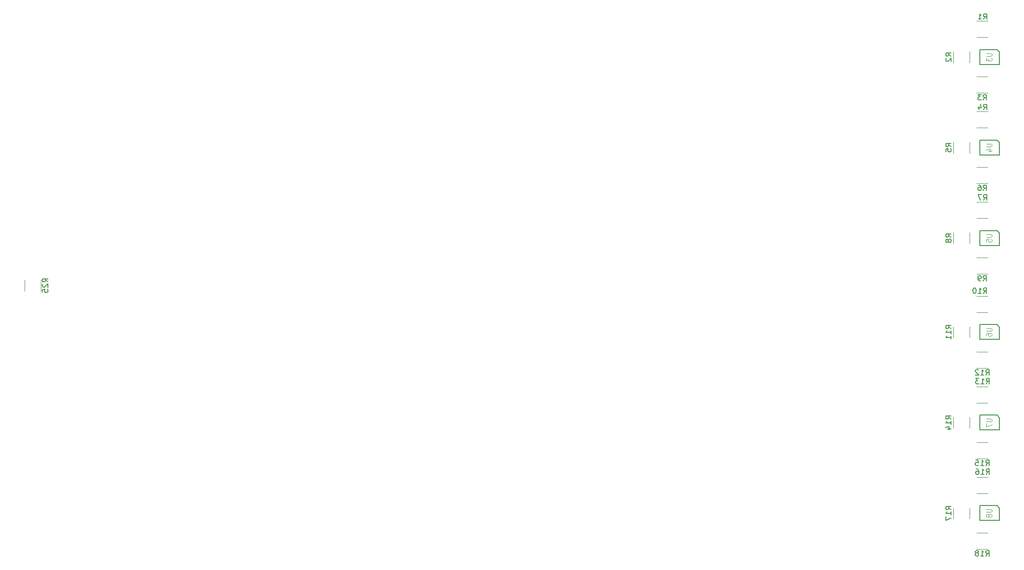
<source format=gbr>
G04 #@! TF.FileFunction,Legend,Bot*
%FSLAX46Y46*%
G04 Gerber Fmt 4.6, Leading zero omitted, Abs format (unit mm)*
G04 Created by KiCad (PCBNEW 4.0.7-e2-6376~58~ubuntu14.04.1) date Tue Oct  3 22:56:20 2017*
%MOMM*%
%LPD*%
G01*
G04 APERTURE LIST*
%ADD10C,0.100000*%
%ADD11C,0.127000*%
%ADD12C,0.120000*%
%ADD13C,0.050000*%
%ADD14C,0.150000*%
G04 APERTURE END LIST*
D10*
D11*
X241455000Y-85010000D02*
X241455000Y-87710000D01*
X241455000Y-87710000D02*
X245055000Y-87710000D01*
X245055000Y-85460000D02*
X245055000Y-87710000D01*
X241455000Y-85010000D02*
X244605000Y-85010000D01*
X245055000Y-85460000D02*
X244605000Y-85010000D01*
X241455000Y-102155000D02*
X241455000Y-104855000D01*
X241455000Y-104855000D02*
X245055000Y-104855000D01*
X245055000Y-102605000D02*
X245055000Y-104855000D01*
X241455000Y-102155000D02*
X244605000Y-102155000D01*
X245055000Y-102605000D02*
X244605000Y-102155000D01*
X241455000Y-118665000D02*
X241455000Y-121365000D01*
X241455000Y-121365000D02*
X245055000Y-121365000D01*
X245055000Y-119115000D02*
X245055000Y-121365000D01*
X241455000Y-118665000D02*
X244605000Y-118665000D01*
X245055000Y-119115000D02*
X244605000Y-118665000D01*
X241455000Y-135175000D02*
X241455000Y-137875000D01*
X241455000Y-137875000D02*
X245055000Y-137875000D01*
X245055000Y-135625000D02*
X245055000Y-137875000D01*
X241455000Y-135175000D02*
X244605000Y-135175000D01*
X245055000Y-135625000D02*
X244605000Y-135175000D01*
X241455000Y-68500000D02*
X241455000Y-71200000D01*
X241455000Y-71200000D02*
X245055000Y-71200000D01*
X245055000Y-68950000D02*
X245055000Y-71200000D01*
X241455000Y-68500000D02*
X244605000Y-68500000D01*
X245055000Y-68950000D02*
X244605000Y-68500000D01*
X241455000Y-51990000D02*
X241455000Y-54690000D01*
X241455000Y-54690000D02*
X245055000Y-54690000D01*
X245055000Y-52440000D02*
X245055000Y-54690000D01*
X241455000Y-51990000D02*
X244605000Y-51990000D01*
X245055000Y-52440000D02*
X244605000Y-51990000D01*
D12*
X242935000Y-46780000D02*
X240935000Y-46780000D01*
X240935000Y-49740000D02*
X242935000Y-49740000D01*
X239605000Y-54340000D02*
X239605000Y-52340000D01*
X236645000Y-52340000D02*
X236645000Y-54340000D01*
X242935000Y-56940000D02*
X240935000Y-56940000D01*
X240935000Y-59900000D02*
X242935000Y-59900000D01*
X242935000Y-63290000D02*
X240935000Y-63290000D01*
X240935000Y-66250000D02*
X242935000Y-66250000D01*
X239605000Y-70850000D02*
X239605000Y-68850000D01*
X236645000Y-68850000D02*
X236645000Y-70850000D01*
X242935000Y-73450000D02*
X240935000Y-73450000D01*
X240935000Y-76410000D02*
X242935000Y-76410000D01*
X242935000Y-79800000D02*
X240935000Y-79800000D01*
X240935000Y-82760000D02*
X242935000Y-82760000D01*
X239605000Y-87360000D02*
X239605000Y-85360000D01*
X236645000Y-85360000D02*
X236645000Y-87360000D01*
X242935000Y-89960000D02*
X240935000Y-89960000D01*
X240935000Y-92920000D02*
X242935000Y-92920000D01*
X242935000Y-96945000D02*
X240935000Y-96945000D01*
X240935000Y-99905000D02*
X242935000Y-99905000D01*
X239605000Y-104505000D02*
X239605000Y-102505000D01*
X236645000Y-102505000D02*
X236645000Y-104505000D01*
X242935000Y-107105000D02*
X240935000Y-107105000D01*
X240935000Y-110065000D02*
X242935000Y-110065000D01*
X242935000Y-113455000D02*
X240935000Y-113455000D01*
X240935000Y-116415000D02*
X242935000Y-116415000D01*
X239605000Y-121015000D02*
X239605000Y-119015000D01*
X236645000Y-119015000D02*
X236645000Y-121015000D01*
X242935000Y-123615000D02*
X240935000Y-123615000D01*
X240935000Y-126575000D02*
X242935000Y-126575000D01*
X242935000Y-129965000D02*
X240935000Y-129965000D01*
X240935000Y-132925000D02*
X242935000Y-132925000D01*
X239605000Y-137525000D02*
X239605000Y-135525000D01*
X236645000Y-135525000D02*
X236645000Y-137525000D01*
X242935000Y-140125000D02*
X240935000Y-140125000D01*
X240935000Y-143085000D02*
X242935000Y-143085000D01*
X67520000Y-94000000D02*
X67520000Y-96000000D01*
X70480000Y-96000000D02*
X70480000Y-94000000D01*
D13*
X242657381Y-85674286D02*
X243466905Y-85674286D01*
X243562143Y-85717143D01*
X243609762Y-85760000D01*
X243657381Y-85845714D01*
X243657381Y-86017143D01*
X243609762Y-86102857D01*
X243562143Y-86145714D01*
X243466905Y-86188571D01*
X242657381Y-86188571D01*
X242657381Y-87045714D02*
X242657381Y-86617143D01*
X243133571Y-86574286D01*
X243085952Y-86617143D01*
X243038333Y-86702857D01*
X243038333Y-86917143D01*
X243085952Y-87002857D01*
X243133571Y-87045714D01*
X243228810Y-87088571D01*
X243466905Y-87088571D01*
X243562143Y-87045714D01*
X243609762Y-87002857D01*
X243657381Y-86917143D01*
X243657381Y-86702857D01*
X243609762Y-86617143D01*
X243562143Y-86574286D01*
X242657381Y-102819286D02*
X243466905Y-102819286D01*
X243562143Y-102862143D01*
X243609762Y-102905000D01*
X243657381Y-102990714D01*
X243657381Y-103162143D01*
X243609762Y-103247857D01*
X243562143Y-103290714D01*
X243466905Y-103333571D01*
X242657381Y-103333571D01*
X242657381Y-104147857D02*
X242657381Y-103976428D01*
X242705000Y-103890714D01*
X242752619Y-103847857D01*
X242895476Y-103762143D01*
X243085952Y-103719286D01*
X243466905Y-103719286D01*
X243562143Y-103762143D01*
X243609762Y-103805000D01*
X243657381Y-103890714D01*
X243657381Y-104062143D01*
X243609762Y-104147857D01*
X243562143Y-104190714D01*
X243466905Y-104233571D01*
X243228810Y-104233571D01*
X243133571Y-104190714D01*
X243085952Y-104147857D01*
X243038333Y-104062143D01*
X243038333Y-103890714D01*
X243085952Y-103805000D01*
X243133571Y-103762143D01*
X243228810Y-103719286D01*
X242657381Y-119329286D02*
X243466905Y-119329286D01*
X243562143Y-119372143D01*
X243609762Y-119415000D01*
X243657381Y-119500714D01*
X243657381Y-119672143D01*
X243609762Y-119757857D01*
X243562143Y-119800714D01*
X243466905Y-119843571D01*
X242657381Y-119843571D01*
X242657381Y-120186428D02*
X242657381Y-120786428D01*
X243657381Y-120400714D01*
X242657381Y-135839286D02*
X243466905Y-135839286D01*
X243562143Y-135882143D01*
X243609762Y-135925000D01*
X243657381Y-136010714D01*
X243657381Y-136182143D01*
X243609762Y-136267857D01*
X243562143Y-136310714D01*
X243466905Y-136353571D01*
X242657381Y-136353571D01*
X243085952Y-136910714D02*
X243038333Y-136825000D01*
X242990714Y-136782143D01*
X242895476Y-136739286D01*
X242847857Y-136739286D01*
X242752619Y-136782143D01*
X242705000Y-136825000D01*
X242657381Y-136910714D01*
X242657381Y-137082143D01*
X242705000Y-137167857D01*
X242752619Y-137210714D01*
X242847857Y-137253571D01*
X242895476Y-137253571D01*
X242990714Y-137210714D01*
X243038333Y-137167857D01*
X243085952Y-137082143D01*
X243085952Y-136910714D01*
X243133571Y-136825000D01*
X243181190Y-136782143D01*
X243276429Y-136739286D01*
X243466905Y-136739286D01*
X243562143Y-136782143D01*
X243609762Y-136825000D01*
X243657381Y-136910714D01*
X243657381Y-137082143D01*
X243609762Y-137167857D01*
X243562143Y-137210714D01*
X243466905Y-137253571D01*
X243276429Y-137253571D01*
X243181190Y-137210714D01*
X243133571Y-137167857D01*
X243085952Y-137082143D01*
X242657381Y-69164286D02*
X243466905Y-69164286D01*
X243562143Y-69207143D01*
X243609762Y-69250000D01*
X243657381Y-69335714D01*
X243657381Y-69507143D01*
X243609762Y-69592857D01*
X243562143Y-69635714D01*
X243466905Y-69678571D01*
X242657381Y-69678571D01*
X242990714Y-70492857D02*
X243657381Y-70492857D01*
X242609762Y-70278571D02*
X243324048Y-70064286D01*
X243324048Y-70621428D01*
X242657381Y-52654286D02*
X243466905Y-52654286D01*
X243562143Y-52697143D01*
X243609762Y-52740000D01*
X243657381Y-52825714D01*
X243657381Y-52997143D01*
X243609762Y-53082857D01*
X243562143Y-53125714D01*
X243466905Y-53168571D01*
X242657381Y-53168571D01*
X242657381Y-53511428D02*
X242657381Y-54068571D01*
X243038333Y-53768571D01*
X243038333Y-53897143D01*
X243085952Y-53982857D01*
X243133571Y-54025714D01*
X243228810Y-54068571D01*
X243466905Y-54068571D01*
X243562143Y-54025714D01*
X243609762Y-53982857D01*
X243657381Y-53897143D01*
X243657381Y-53640000D01*
X243609762Y-53554286D01*
X243562143Y-53511428D01*
D14*
X242166666Y-46452381D02*
X242500000Y-45976190D01*
X242738095Y-46452381D02*
X242738095Y-45452381D01*
X242357142Y-45452381D01*
X242261904Y-45500000D01*
X242214285Y-45547619D01*
X242166666Y-45642857D01*
X242166666Y-45785714D01*
X242214285Y-45880952D01*
X242261904Y-45928571D01*
X242357142Y-45976190D01*
X242738095Y-45976190D01*
X241214285Y-46452381D02*
X241785714Y-46452381D01*
X241500000Y-46452381D02*
X241500000Y-45452381D01*
X241595238Y-45595238D01*
X241690476Y-45690476D01*
X241785714Y-45738095D01*
X236277381Y-53173334D02*
X235801190Y-52840000D01*
X236277381Y-52601905D02*
X235277381Y-52601905D01*
X235277381Y-52982858D01*
X235325000Y-53078096D01*
X235372619Y-53125715D01*
X235467857Y-53173334D01*
X235610714Y-53173334D01*
X235705952Y-53125715D01*
X235753571Y-53078096D01*
X235801190Y-52982858D01*
X235801190Y-52601905D01*
X235372619Y-53554286D02*
X235325000Y-53601905D01*
X235277381Y-53697143D01*
X235277381Y-53935239D01*
X235325000Y-54030477D01*
X235372619Y-54078096D01*
X235467857Y-54125715D01*
X235563095Y-54125715D01*
X235705952Y-54078096D01*
X236277381Y-53506667D01*
X236277381Y-54125715D01*
X242101666Y-61172381D02*
X242435000Y-60696190D01*
X242673095Y-61172381D02*
X242673095Y-60172381D01*
X242292142Y-60172381D01*
X242196904Y-60220000D01*
X242149285Y-60267619D01*
X242101666Y-60362857D01*
X242101666Y-60505714D01*
X242149285Y-60600952D01*
X242196904Y-60648571D01*
X242292142Y-60696190D01*
X242673095Y-60696190D01*
X241768333Y-60172381D02*
X241149285Y-60172381D01*
X241482619Y-60553333D01*
X241339761Y-60553333D01*
X241244523Y-60600952D01*
X241196904Y-60648571D01*
X241149285Y-60743810D01*
X241149285Y-60981905D01*
X241196904Y-61077143D01*
X241244523Y-61124762D01*
X241339761Y-61172381D01*
X241625476Y-61172381D01*
X241720714Y-61124762D01*
X241768333Y-61077143D01*
X242166666Y-62952381D02*
X242500000Y-62476190D01*
X242738095Y-62952381D02*
X242738095Y-61952381D01*
X242357142Y-61952381D01*
X242261904Y-62000000D01*
X242214285Y-62047619D01*
X242166666Y-62142857D01*
X242166666Y-62285714D01*
X242214285Y-62380952D01*
X242261904Y-62428571D01*
X242357142Y-62476190D01*
X242738095Y-62476190D01*
X241309523Y-62285714D02*
X241309523Y-62952381D01*
X241547619Y-61904762D02*
X241785714Y-62619048D01*
X241166666Y-62619048D01*
X236277381Y-69683334D02*
X235801190Y-69350000D01*
X236277381Y-69111905D02*
X235277381Y-69111905D01*
X235277381Y-69492858D01*
X235325000Y-69588096D01*
X235372619Y-69635715D01*
X235467857Y-69683334D01*
X235610714Y-69683334D01*
X235705952Y-69635715D01*
X235753571Y-69588096D01*
X235801190Y-69492858D01*
X235801190Y-69111905D01*
X235277381Y-70588096D02*
X235277381Y-70111905D01*
X235753571Y-70064286D01*
X235705952Y-70111905D01*
X235658333Y-70207143D01*
X235658333Y-70445239D01*
X235705952Y-70540477D01*
X235753571Y-70588096D01*
X235848810Y-70635715D01*
X236086905Y-70635715D01*
X236182143Y-70588096D01*
X236229762Y-70540477D01*
X236277381Y-70445239D01*
X236277381Y-70207143D01*
X236229762Y-70111905D01*
X236182143Y-70064286D01*
X242101666Y-77682381D02*
X242435000Y-77206190D01*
X242673095Y-77682381D02*
X242673095Y-76682381D01*
X242292142Y-76682381D01*
X242196904Y-76730000D01*
X242149285Y-76777619D01*
X242101666Y-76872857D01*
X242101666Y-77015714D01*
X242149285Y-77110952D01*
X242196904Y-77158571D01*
X242292142Y-77206190D01*
X242673095Y-77206190D01*
X241244523Y-76682381D02*
X241435000Y-76682381D01*
X241530238Y-76730000D01*
X241577857Y-76777619D01*
X241673095Y-76920476D01*
X241720714Y-77110952D01*
X241720714Y-77491905D01*
X241673095Y-77587143D01*
X241625476Y-77634762D01*
X241530238Y-77682381D01*
X241339761Y-77682381D01*
X241244523Y-77634762D01*
X241196904Y-77587143D01*
X241149285Y-77491905D01*
X241149285Y-77253810D01*
X241196904Y-77158571D01*
X241244523Y-77110952D01*
X241339761Y-77063333D01*
X241530238Y-77063333D01*
X241625476Y-77110952D01*
X241673095Y-77158571D01*
X241720714Y-77253810D01*
X242166666Y-79452381D02*
X242500000Y-78976190D01*
X242738095Y-79452381D02*
X242738095Y-78452381D01*
X242357142Y-78452381D01*
X242261904Y-78500000D01*
X242214285Y-78547619D01*
X242166666Y-78642857D01*
X242166666Y-78785714D01*
X242214285Y-78880952D01*
X242261904Y-78928571D01*
X242357142Y-78976190D01*
X242738095Y-78976190D01*
X241833333Y-78452381D02*
X241166666Y-78452381D01*
X241595238Y-79452381D01*
X236277381Y-86193334D02*
X235801190Y-85860000D01*
X236277381Y-85621905D02*
X235277381Y-85621905D01*
X235277381Y-86002858D01*
X235325000Y-86098096D01*
X235372619Y-86145715D01*
X235467857Y-86193334D01*
X235610714Y-86193334D01*
X235705952Y-86145715D01*
X235753571Y-86098096D01*
X235801190Y-86002858D01*
X235801190Y-85621905D01*
X235705952Y-86764762D02*
X235658333Y-86669524D01*
X235610714Y-86621905D01*
X235515476Y-86574286D01*
X235467857Y-86574286D01*
X235372619Y-86621905D01*
X235325000Y-86669524D01*
X235277381Y-86764762D01*
X235277381Y-86955239D01*
X235325000Y-87050477D01*
X235372619Y-87098096D01*
X235467857Y-87145715D01*
X235515476Y-87145715D01*
X235610714Y-87098096D01*
X235658333Y-87050477D01*
X235705952Y-86955239D01*
X235705952Y-86764762D01*
X235753571Y-86669524D01*
X235801190Y-86621905D01*
X235896429Y-86574286D01*
X236086905Y-86574286D01*
X236182143Y-86621905D01*
X236229762Y-86669524D01*
X236277381Y-86764762D01*
X236277381Y-86955239D01*
X236229762Y-87050477D01*
X236182143Y-87098096D01*
X236086905Y-87145715D01*
X235896429Y-87145715D01*
X235801190Y-87098096D01*
X235753571Y-87050477D01*
X235705952Y-86955239D01*
X242101666Y-94192381D02*
X242435000Y-93716190D01*
X242673095Y-94192381D02*
X242673095Y-93192381D01*
X242292142Y-93192381D01*
X242196904Y-93240000D01*
X242149285Y-93287619D01*
X242101666Y-93382857D01*
X242101666Y-93525714D01*
X242149285Y-93620952D01*
X242196904Y-93668571D01*
X242292142Y-93716190D01*
X242673095Y-93716190D01*
X241625476Y-94192381D02*
X241435000Y-94192381D01*
X241339761Y-94144762D01*
X241292142Y-94097143D01*
X241196904Y-93954286D01*
X241149285Y-93763810D01*
X241149285Y-93382857D01*
X241196904Y-93287619D01*
X241244523Y-93240000D01*
X241339761Y-93192381D01*
X241530238Y-93192381D01*
X241625476Y-93240000D01*
X241673095Y-93287619D01*
X241720714Y-93382857D01*
X241720714Y-93620952D01*
X241673095Y-93716190D01*
X241625476Y-93763810D01*
X241530238Y-93811429D01*
X241339761Y-93811429D01*
X241244523Y-93763810D01*
X241196904Y-93716190D01*
X241149285Y-93620952D01*
X242142857Y-96452381D02*
X242476191Y-95976190D01*
X242714286Y-96452381D02*
X242714286Y-95452381D01*
X242333333Y-95452381D01*
X242238095Y-95500000D01*
X242190476Y-95547619D01*
X242142857Y-95642857D01*
X242142857Y-95785714D01*
X242190476Y-95880952D01*
X242238095Y-95928571D01*
X242333333Y-95976190D01*
X242714286Y-95976190D01*
X241190476Y-96452381D02*
X241761905Y-96452381D01*
X241476191Y-96452381D02*
X241476191Y-95452381D01*
X241571429Y-95595238D01*
X241666667Y-95690476D01*
X241761905Y-95738095D01*
X240571429Y-95452381D02*
X240476190Y-95452381D01*
X240380952Y-95500000D01*
X240333333Y-95547619D01*
X240285714Y-95642857D01*
X240238095Y-95833333D01*
X240238095Y-96071429D01*
X240285714Y-96261905D01*
X240333333Y-96357143D01*
X240380952Y-96404762D01*
X240476190Y-96452381D01*
X240571429Y-96452381D01*
X240666667Y-96404762D01*
X240714286Y-96357143D01*
X240761905Y-96261905D01*
X240809524Y-96071429D01*
X240809524Y-95833333D01*
X240761905Y-95642857D01*
X240714286Y-95547619D01*
X240666667Y-95500000D01*
X240571429Y-95452381D01*
X236277381Y-102862143D02*
X235801190Y-102528809D01*
X236277381Y-102290714D02*
X235277381Y-102290714D01*
X235277381Y-102671667D01*
X235325000Y-102766905D01*
X235372619Y-102814524D01*
X235467857Y-102862143D01*
X235610714Y-102862143D01*
X235705952Y-102814524D01*
X235753571Y-102766905D01*
X235801190Y-102671667D01*
X235801190Y-102290714D01*
X236277381Y-103814524D02*
X236277381Y-103243095D01*
X236277381Y-103528809D02*
X235277381Y-103528809D01*
X235420238Y-103433571D01*
X235515476Y-103338333D01*
X235563095Y-103243095D01*
X236277381Y-104766905D02*
X236277381Y-104195476D01*
X236277381Y-104481190D02*
X235277381Y-104481190D01*
X235420238Y-104385952D01*
X235515476Y-104290714D01*
X235563095Y-104195476D01*
X242577857Y-111337381D02*
X242911191Y-110861190D01*
X243149286Y-111337381D02*
X243149286Y-110337381D01*
X242768333Y-110337381D01*
X242673095Y-110385000D01*
X242625476Y-110432619D01*
X242577857Y-110527857D01*
X242577857Y-110670714D01*
X242625476Y-110765952D01*
X242673095Y-110813571D01*
X242768333Y-110861190D01*
X243149286Y-110861190D01*
X241625476Y-111337381D02*
X242196905Y-111337381D01*
X241911191Y-111337381D02*
X241911191Y-110337381D01*
X242006429Y-110480238D01*
X242101667Y-110575476D01*
X242196905Y-110623095D01*
X241244524Y-110432619D02*
X241196905Y-110385000D01*
X241101667Y-110337381D01*
X240863571Y-110337381D01*
X240768333Y-110385000D01*
X240720714Y-110432619D01*
X240673095Y-110527857D01*
X240673095Y-110623095D01*
X240720714Y-110765952D01*
X241292143Y-111337381D01*
X240673095Y-111337381D01*
X242642857Y-112952381D02*
X242976191Y-112476190D01*
X243214286Y-112952381D02*
X243214286Y-111952381D01*
X242833333Y-111952381D01*
X242738095Y-112000000D01*
X242690476Y-112047619D01*
X242642857Y-112142857D01*
X242642857Y-112285714D01*
X242690476Y-112380952D01*
X242738095Y-112428571D01*
X242833333Y-112476190D01*
X243214286Y-112476190D01*
X241690476Y-112952381D02*
X242261905Y-112952381D01*
X241976191Y-112952381D02*
X241976191Y-111952381D01*
X242071429Y-112095238D01*
X242166667Y-112190476D01*
X242261905Y-112238095D01*
X241357143Y-111952381D02*
X240738095Y-111952381D01*
X241071429Y-112333333D01*
X240928571Y-112333333D01*
X240833333Y-112380952D01*
X240785714Y-112428571D01*
X240738095Y-112523810D01*
X240738095Y-112761905D01*
X240785714Y-112857143D01*
X240833333Y-112904762D01*
X240928571Y-112952381D01*
X241214286Y-112952381D01*
X241309524Y-112904762D01*
X241357143Y-112857143D01*
X236277381Y-119372143D02*
X235801190Y-119038809D01*
X236277381Y-118800714D02*
X235277381Y-118800714D01*
X235277381Y-119181667D01*
X235325000Y-119276905D01*
X235372619Y-119324524D01*
X235467857Y-119372143D01*
X235610714Y-119372143D01*
X235705952Y-119324524D01*
X235753571Y-119276905D01*
X235801190Y-119181667D01*
X235801190Y-118800714D01*
X236277381Y-120324524D02*
X236277381Y-119753095D01*
X236277381Y-120038809D02*
X235277381Y-120038809D01*
X235420238Y-119943571D01*
X235515476Y-119848333D01*
X235563095Y-119753095D01*
X235610714Y-121181667D02*
X236277381Y-121181667D01*
X235229762Y-120943571D02*
X235944048Y-120705476D01*
X235944048Y-121324524D01*
X242577857Y-127847381D02*
X242911191Y-127371190D01*
X243149286Y-127847381D02*
X243149286Y-126847381D01*
X242768333Y-126847381D01*
X242673095Y-126895000D01*
X242625476Y-126942619D01*
X242577857Y-127037857D01*
X242577857Y-127180714D01*
X242625476Y-127275952D01*
X242673095Y-127323571D01*
X242768333Y-127371190D01*
X243149286Y-127371190D01*
X241625476Y-127847381D02*
X242196905Y-127847381D01*
X241911191Y-127847381D02*
X241911191Y-126847381D01*
X242006429Y-126990238D01*
X242101667Y-127085476D01*
X242196905Y-127133095D01*
X240720714Y-126847381D02*
X241196905Y-126847381D01*
X241244524Y-127323571D01*
X241196905Y-127275952D01*
X241101667Y-127228333D01*
X240863571Y-127228333D01*
X240768333Y-127275952D01*
X240720714Y-127323571D01*
X240673095Y-127418810D01*
X240673095Y-127656905D01*
X240720714Y-127752143D01*
X240768333Y-127799762D01*
X240863571Y-127847381D01*
X241101667Y-127847381D01*
X241196905Y-127799762D01*
X241244524Y-127752143D01*
X242642857Y-129452381D02*
X242976191Y-128976190D01*
X243214286Y-129452381D02*
X243214286Y-128452381D01*
X242833333Y-128452381D01*
X242738095Y-128500000D01*
X242690476Y-128547619D01*
X242642857Y-128642857D01*
X242642857Y-128785714D01*
X242690476Y-128880952D01*
X242738095Y-128928571D01*
X242833333Y-128976190D01*
X243214286Y-128976190D01*
X241690476Y-129452381D02*
X242261905Y-129452381D01*
X241976191Y-129452381D02*
X241976191Y-128452381D01*
X242071429Y-128595238D01*
X242166667Y-128690476D01*
X242261905Y-128738095D01*
X240833333Y-128452381D02*
X241023810Y-128452381D01*
X241119048Y-128500000D01*
X241166667Y-128547619D01*
X241261905Y-128690476D01*
X241309524Y-128880952D01*
X241309524Y-129261905D01*
X241261905Y-129357143D01*
X241214286Y-129404762D01*
X241119048Y-129452381D01*
X240928571Y-129452381D01*
X240833333Y-129404762D01*
X240785714Y-129357143D01*
X240738095Y-129261905D01*
X240738095Y-129023810D01*
X240785714Y-128928571D01*
X240833333Y-128880952D01*
X240928571Y-128833333D01*
X241119048Y-128833333D01*
X241214286Y-128880952D01*
X241261905Y-128928571D01*
X241309524Y-129023810D01*
X236277381Y-135882143D02*
X235801190Y-135548809D01*
X236277381Y-135310714D02*
X235277381Y-135310714D01*
X235277381Y-135691667D01*
X235325000Y-135786905D01*
X235372619Y-135834524D01*
X235467857Y-135882143D01*
X235610714Y-135882143D01*
X235705952Y-135834524D01*
X235753571Y-135786905D01*
X235801190Y-135691667D01*
X235801190Y-135310714D01*
X236277381Y-136834524D02*
X236277381Y-136263095D01*
X236277381Y-136548809D02*
X235277381Y-136548809D01*
X235420238Y-136453571D01*
X235515476Y-136358333D01*
X235563095Y-136263095D01*
X235277381Y-137167857D02*
X235277381Y-137834524D01*
X236277381Y-137405952D01*
X242577857Y-144357381D02*
X242911191Y-143881190D01*
X243149286Y-144357381D02*
X243149286Y-143357381D01*
X242768333Y-143357381D01*
X242673095Y-143405000D01*
X242625476Y-143452619D01*
X242577857Y-143547857D01*
X242577857Y-143690714D01*
X242625476Y-143785952D01*
X242673095Y-143833571D01*
X242768333Y-143881190D01*
X243149286Y-143881190D01*
X241625476Y-144357381D02*
X242196905Y-144357381D01*
X241911191Y-144357381D02*
X241911191Y-143357381D01*
X242006429Y-143500238D01*
X242101667Y-143595476D01*
X242196905Y-143643095D01*
X241054048Y-143785952D02*
X241149286Y-143738333D01*
X241196905Y-143690714D01*
X241244524Y-143595476D01*
X241244524Y-143547857D01*
X241196905Y-143452619D01*
X241149286Y-143405000D01*
X241054048Y-143357381D01*
X240863571Y-143357381D01*
X240768333Y-143405000D01*
X240720714Y-143452619D01*
X240673095Y-143547857D01*
X240673095Y-143595476D01*
X240720714Y-143690714D01*
X240768333Y-143738333D01*
X240863571Y-143785952D01*
X241054048Y-143785952D01*
X241149286Y-143833571D01*
X241196905Y-143881190D01*
X241244524Y-143976429D01*
X241244524Y-144166905D01*
X241196905Y-144262143D01*
X241149286Y-144309762D01*
X241054048Y-144357381D01*
X240863571Y-144357381D01*
X240768333Y-144309762D01*
X240720714Y-144262143D01*
X240673095Y-144166905D01*
X240673095Y-143976429D01*
X240720714Y-143881190D01*
X240768333Y-143833571D01*
X240863571Y-143785952D01*
X71752381Y-94357143D02*
X71276190Y-94023809D01*
X71752381Y-93785714D02*
X70752381Y-93785714D01*
X70752381Y-94166667D01*
X70800000Y-94261905D01*
X70847619Y-94309524D01*
X70942857Y-94357143D01*
X71085714Y-94357143D01*
X71180952Y-94309524D01*
X71228571Y-94261905D01*
X71276190Y-94166667D01*
X71276190Y-93785714D01*
X70847619Y-94738095D02*
X70800000Y-94785714D01*
X70752381Y-94880952D01*
X70752381Y-95119048D01*
X70800000Y-95214286D01*
X70847619Y-95261905D01*
X70942857Y-95309524D01*
X71038095Y-95309524D01*
X71180952Y-95261905D01*
X71752381Y-94690476D01*
X71752381Y-95309524D01*
X70752381Y-96214286D02*
X70752381Y-95738095D01*
X71228571Y-95690476D01*
X71180952Y-95738095D01*
X71133333Y-95833333D01*
X71133333Y-96071429D01*
X71180952Y-96166667D01*
X71228571Y-96214286D01*
X71323810Y-96261905D01*
X71561905Y-96261905D01*
X71657143Y-96214286D01*
X71704762Y-96166667D01*
X71752381Y-96071429D01*
X71752381Y-95833333D01*
X71704762Y-95738095D01*
X71657143Y-95690476D01*
M02*

</source>
